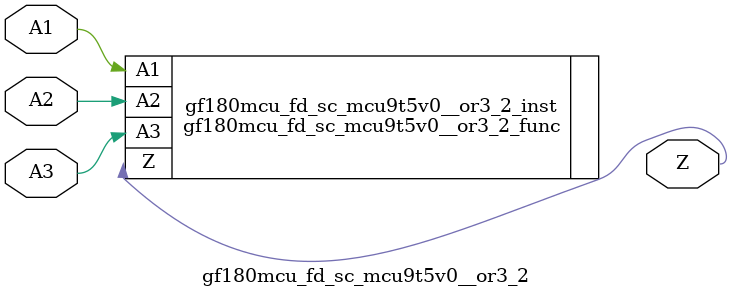
<source format=v>

module gf180mcu_fd_sc_mcu9t5v0__or3_2( A1, A2, A3, Z );
input A1, A2, A3;
output Z;

   `ifdef FUNCTIONAL  //  functional //

	gf180mcu_fd_sc_mcu9t5v0__or3_2_func gf180mcu_fd_sc_mcu9t5v0__or3_2_behav_inst(.A1(A1),.A2(A2),.A3(A3),.Z(Z));

   `else

	gf180mcu_fd_sc_mcu9t5v0__or3_2_func gf180mcu_fd_sc_mcu9t5v0__or3_2_inst(.A1(A1),.A2(A2),.A3(A3),.Z(Z));

	// spec_gates_begin


	// spec_gates_end



   specify

	// specify_block_begin

	// comb arc A1 --> Z
	 (A1 => Z) = (1.0,1.0);

	// comb arc A2 --> Z
	 (A2 => Z) = (1.0,1.0);

	// comb arc A3 --> Z
	 (A3 => Z) = (1.0,1.0);

	// specify_block_end

   endspecify

   `endif

endmodule

</source>
